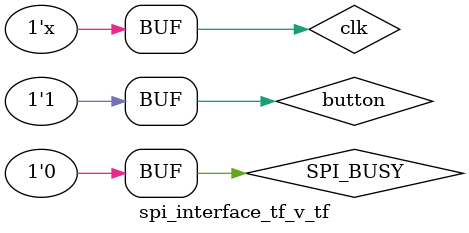
<source format=v>

`timescale 1ns/1ns
module spi_interface_tf_v_tf();

// DATE:     10:38:34 05/28/2009 
// MODULE:   spi_interface
// DESIGN:   spi_interface
// FILENAME: tf.v
// PROJECT:  spi_test_2
// VERSION:  

// Inputs
    reg clk;
    reg SPI_BUSY;
	 reg button;


// Outputs
    wire RESET;
    wire SPI_SCK;
    wire SPI_MOSI;
    wire SPI_SSEL;
    wire test_out;


// Bidirs


// Instantiate the UUT
    spi_interface uut (
        .clk(clk), 
		  .button(button),
        .RESET(RESET), 
        .SPI_BUSY(SPI_BUSY), 
        .SPI_SCK(SPI_SCK), 
        .SPI_MOSI(SPI_MOSI), 
        .SPI_SSEL(SPI_SSEL), 
        .test_out(test_out)
        );


// Initialize Inputs
   

        initial begin
		  button = 1;
            clk = 0;
            SPI_BUSY = 0;

				#3861000 button = 0;
				#1000 button = 1;
        end

always
#20 clk = ~clk;
   
endmodule


</source>
